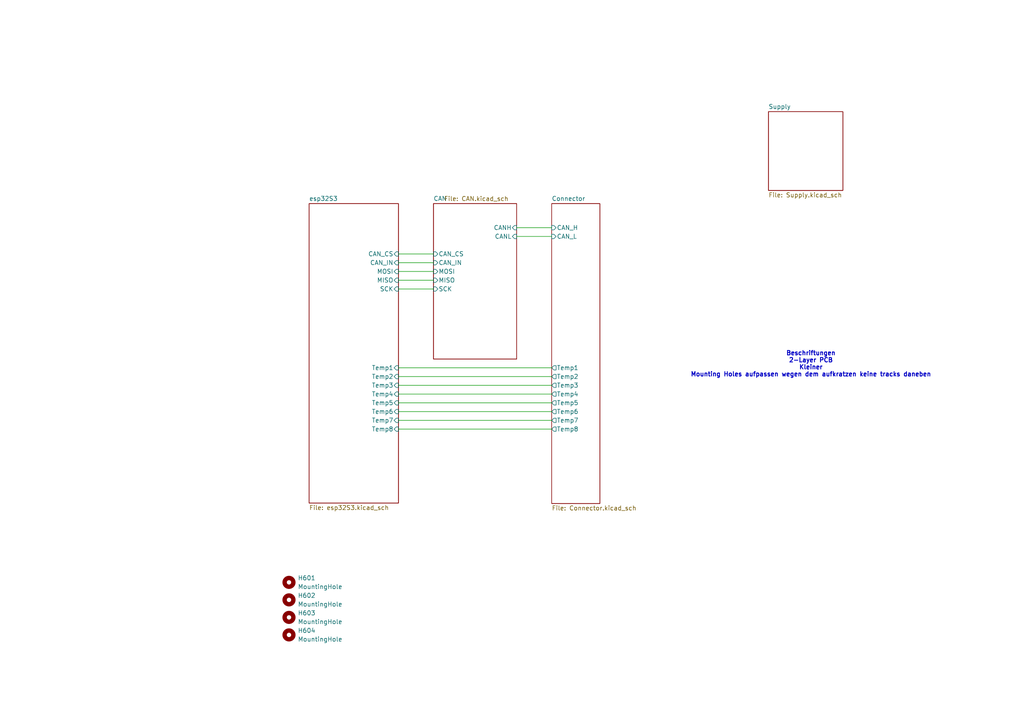
<source format=kicad_sch>
(kicad_sch (version 20250114) (generator "eeschema") (generator_version "9.0")
  (paper "A4")
  (lib_symbols
    (symbol "Mechanical:MountingHole" (pin_names (offset 1.016)) (exclude_from_sim yes) (in_bom no)
      (property "Reference" "H" (at 0 5.08 0))
      (property "Value" "MountingHole" (at 0 3.175 0))
      (symbol "MountingHole_0_1"
        (circle (center 0 0) (radius 1.27) (stroke (width 1.27)))
      )
    )
  )
  (text "Beschriftungen\n2-Layer PCB\nKleiner\nMounting Holes aufpassen wegen dem aufkratzen keine tracks daneben\n" (at 235.204 105.664 0) (effects (font (size 1.27 1.27) (thickness 0.254) (bold yes))))
  (wire (pts (xy 149.86 68.58) (xy 160.02 68.58)))
  (wire (pts (xy 115.57 83.82) (xy 125.73 83.82)))
  (wire (pts (xy 160.02 106.68) (xy 115.57 106.68)))
  (wire (pts (xy 115.57 116.84) (xy 160.02 116.84)))
  (wire (pts (xy 115.57 76.2) (xy 125.73 76.2)))
  (wire (pts (xy 115.57 111.76) (xy 160.02 111.76)))
  (wire (pts (xy 115.57 73.66) (xy 125.73 73.66)))
  (wire (pts (xy 115.57 124.46) (xy 160.02 124.46)))
  (wire (pts (xy 115.57 78.74) (xy 125.73 78.74)))
  (wire (pts (xy 115.57 81.28) (xy 125.73 81.28)))
  (wire (pts (xy 115.57 121.92) (xy 160.02 121.92)))
  (wire (pts (xy 115.57 114.3) (xy 160.02 114.3)))
  (wire (pts (xy 160.02 109.22) (xy 115.57 109.22)))
  (wire (pts (xy 115.57 119.38) (xy 160.02 119.38)))
  (wire (pts (xy 149.86 66.04) (xy 160.02 66.04)))
  (symbol (lib_id "Mechanical:MountingHole") (at 83.82 173.99 0) (unit 1) (exclude_from_sim yes) (in_bom no)
    (property "Reference" "H602" (at 86.36 172.7199 0) (effects (justify left)))
    (property "Value" "MountingHole" (at 86.36 175.2599 0) (effects (justify left)))
    (property "Footprint" "MountingHole:MountingHole_3.2mm_M3_DIN965" (effects (hide yes)))
    (property "Description" "Mounting Hole without connection" (effects (hide yes)))
  )
  (symbol (lib_id "Mechanical:MountingHole") (at 83.82 168.91 0) (unit 1) (exclude_from_sim yes) (in_bom no)
    (property "Reference" "H601" (at 86.36 167.6399 0) (effects (justify left)))
    (property "Value" "MountingHole" (at 86.36 170.1799 0) (effects (justify left)))
    (property "Footprint" "MountingHole:MountingHole_3.2mm_M3_DIN965" (effects (hide yes)))
    (property "Description" "Mounting Hole without connection" (effects (hide yes)))
  )
  (symbol (lib_id "Mechanical:MountingHole") (at 83.82 184.15 0) (unit 1) (exclude_from_sim yes) (in_bom no)
    (property "Reference" "H604" (at 86.36 182.8799 0) (effects (justify left)))
    (property "Value" "MountingHole" (at 86.36 185.4199 0) (effects (justify left)))
    (property "Footprint" "MountingHole:MountingHole_3.2mm_M3_DIN965" (effects (hide yes)))
    (property "Description" "Mounting Hole without connection" (effects (hide yes)))
  )
  (symbol (lib_id "Mechanical:MountingHole") (at 83.82 179.07 0) (unit 1) (exclude_from_sim yes) (in_bom no)
    (property "Reference" "H603" (at 86.36 177.7999 0) (effects (justify left)))
    (property "Value" "MountingHole" (at 86.36 180.3399 0) (effects (justify left)))
    (property "Footprint" "MountingHole:MountingHole_3.2mm_M3_DIN965" (effects (hide yes)))
    (property "Description" "Mounting Hole without connection" (effects (hide yes)))
  )
  (sheet (at 160.02 59.055) (size 13.97 86.995) (stroke (width 0.1524))
    (property "Sheetname" "Connector" (at 160.02 58.3434 0) (effects (justify left bottom)))
    (property "Sheetfile" "Connector.kicad_sch" (at 160.02 146.6346 0) (effects (justify left top)))
    (pin "CAN_L" input (at 160.02 68.58 180))
    (pin "CAN_H" input (at 160.02 66.04 180))
    (pin "Temp2" output (at 160.02 109.22 180))
    (pin "Temp1" output (at 160.02 106.68 180))
    (pin "Temp7" output (at 160.02 121.92 180))
    (pin "Temp3" output (at 160.02 111.76 180))
    (pin "Temp6" output (at 160.02 119.38 180))
    (pin "Temp5" output (at 160.02 116.84 180))
    (pin "Temp4" output (at 160.02 114.3 180))
    (pin "Temp8" output (at 160.02 124.46 180))
  )
  (sheet (at 125.73 59.055) (size 24.13 45.085) (stroke (width 0.1524))
    (property "Sheetname" "CAN" (at 125.73 58.3434 0) (effects (justify left bottom)))
    (property "Sheetfile" "CAN.kicad_sch" (at 128.778 56.896 0) (effects (justify left top)))
    (pin "CANH" input (at 149.86 66.04 0))
    (pin "CANL" input (at 149.86 68.58 0))
    (pin "CAN_IN" input (at 125.73 76.2 180))
    (pin "SCK" input (at 125.73 83.82 180))
    (pin "CAN_CS" input (at 125.73 73.66 180))
    (pin "MOSI" input (at 125.73 78.74 180))
    (pin "MISO" input (at 125.73 81.28 180))
  )
  (sheet (at 222.885 32.385) (size 21.59 22.86) (stroke (width 0.1524))
    (property "Sheetname" "Supply" (at 222.885 31.6734 0) (effects (justify left bottom)))
    (property "Sheetfile" "Supply.kicad_sch" (at 222.885 55.8296 0) (effects (justify left top)))
  )
  (sheet (at 89.662 59.055) (size 25.908 86.868) (stroke (width 0.1524))
    (property "Sheetname" "esp32S3" (at 89.662 58.3434 0) (effects (justify left bottom)))
    (property "Sheetfile" "esp32S3.kicad_sch" (at 89.662 146.5076 0) (effects (justify left top)))
    (pin "MOSI" input (at 115.57 78.74 0))
    (pin "MISO" input (at 115.57 81.28 0))
    (pin "SCK" input (at 115.57 83.82 0))
    (pin "CAN_IN" input (at 115.57 76.2 0))
    (pin "CAN_CS" input (at 115.57 73.66 0))
    (pin "Temp4" input (at 115.57 114.3 0))
    (pin "Temp8" input (at 115.57 124.46 0))
    (pin "Temp6" input (at 115.57 119.38 0))
    (pin "Temp1" input (at 115.57 106.68 0))
    (pin "Temp5" input (at 115.57 116.84 0))
    (pin "Temp3" input (at 115.57 111.76 0))
    (pin "Temp2" input (at 115.57 109.22 0))
    (pin "Temp7" input (at 115.57 121.92 0))
  )
)
</source>
